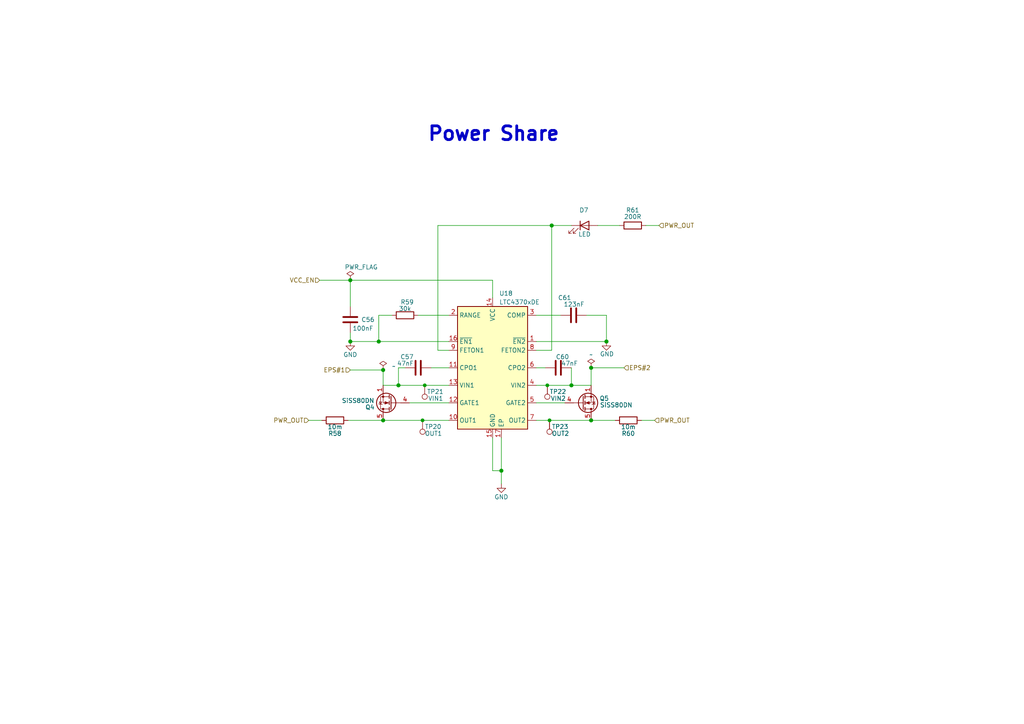
<source format=kicad_sch>
(kicad_sch (version 20211123) (generator eeschema)

  (uuid 2fea3fd4-eca3-456c-acc3-f7ff04372db3)

  (paper "A4")

  (lib_symbols
    (symbol "Connector:TestPoint" (pin_numbers hide) (pin_names (offset 0.762) hide) (in_bom yes) (on_board yes)
      (property "Reference" "TP" (id 0) (at 0 6.858 0)
        (effects (font (size 1.27 1.27)))
      )
      (property "Value" "TestPoint" (id 1) (at 0 5.08 0)
        (effects (font (size 1.27 1.27)))
      )
      (property "Footprint" "" (id 2) (at 5.08 0 0)
        (effects (font (size 1.27 1.27)) hide)
      )
      (property "Datasheet" "~" (id 3) (at 5.08 0 0)
        (effects (font (size 1.27 1.27)) hide)
      )
      (property "ki_keywords" "test point tp" (id 4) (at 0 0 0)
        (effects (font (size 1.27 1.27)) hide)
      )
      (property "ki_description" "test point" (id 5) (at 0 0 0)
        (effects (font (size 1.27 1.27)) hide)
      )
      (property "ki_fp_filters" "Pin* Test*" (id 6) (at 0 0 0)
        (effects (font (size 1.27 1.27)) hide)
      )
      (symbol "TestPoint_0_1"
        (circle (center 0 3.302) (radius 0.762)
          (stroke (width 0) (type default) (color 0 0 0 0))
          (fill (type none))
        )
      )
      (symbol "TestPoint_1_1"
        (pin passive line (at 0 0 90) (length 2.54)
          (name "1" (effects (font (size 1.27 1.27))))
          (number "1" (effects (font (size 1.27 1.27))))
        )
      )
    )
    (symbol "Device:C" (pin_numbers hide) (pin_names (offset 0.254)) (in_bom yes) (on_board yes)
      (property "Reference" "C" (id 0) (at 0.635 2.54 0)
        (effects (font (size 1.27 1.27)) (justify left))
      )
      (property "Value" "C" (id 1) (at 0.635 -2.54 0)
        (effects (font (size 1.27 1.27)) (justify left))
      )
      (property "Footprint" "" (id 2) (at 0.9652 -3.81 0)
        (effects (font (size 1.27 1.27)) hide)
      )
      (property "Datasheet" "~" (id 3) (at 0 0 0)
        (effects (font (size 1.27 1.27)) hide)
      )
      (property "ki_keywords" "cap capacitor" (id 4) (at 0 0 0)
        (effects (font (size 1.27 1.27)) hide)
      )
      (property "ki_description" "Unpolarized capacitor" (id 5) (at 0 0 0)
        (effects (font (size 1.27 1.27)) hide)
      )
      (property "ki_fp_filters" "C_*" (id 6) (at 0 0 0)
        (effects (font (size 1.27 1.27)) hide)
      )
      (symbol "C_0_1"
        (polyline
          (pts
            (xy -2.032 -0.762)
            (xy 2.032 -0.762)
          )
          (stroke (width 0.508) (type default) (color 0 0 0 0))
          (fill (type none))
        )
        (polyline
          (pts
            (xy -2.032 0.762)
            (xy 2.032 0.762)
          )
          (stroke (width 0.508) (type default) (color 0 0 0 0))
          (fill (type none))
        )
      )
      (symbol "C_1_1"
        (pin passive line (at 0 3.81 270) (length 2.794)
          (name "~" (effects (font (size 1.27 1.27))))
          (number "1" (effects (font (size 1.27 1.27))))
        )
        (pin passive line (at 0 -3.81 90) (length 2.794)
          (name "~" (effects (font (size 1.27 1.27))))
          (number "2" (effects (font (size 1.27 1.27))))
        )
      )
    )
    (symbol "Device:LED" (pin_numbers hide) (pin_names (offset 1.016) hide) (in_bom yes) (on_board yes)
      (property "Reference" "D" (id 0) (at 0 2.54 0)
        (effects (font (size 1.27 1.27)))
      )
      (property "Value" "LED" (id 1) (at 0 -2.54 0)
        (effects (font (size 1.27 1.27)))
      )
      (property "Footprint" "" (id 2) (at 0 0 0)
        (effects (font (size 1.27 1.27)) hide)
      )
      (property "Datasheet" "~" (id 3) (at 0 0 0)
        (effects (font (size 1.27 1.27)) hide)
      )
      (property "ki_keywords" "LED diode" (id 4) (at 0 0 0)
        (effects (font (size 1.27 1.27)) hide)
      )
      (property "ki_description" "Light emitting diode" (id 5) (at 0 0 0)
        (effects (font (size 1.27 1.27)) hide)
      )
      (property "ki_fp_filters" "LED* LED_SMD:* LED_THT:*" (id 6) (at 0 0 0)
        (effects (font (size 1.27 1.27)) hide)
      )
      (symbol "LED_0_1"
        (polyline
          (pts
            (xy -1.27 -1.27)
            (xy -1.27 1.27)
          )
          (stroke (width 0.254) (type default) (color 0 0 0 0))
          (fill (type none))
        )
        (polyline
          (pts
            (xy -1.27 0)
            (xy 1.27 0)
          )
          (stroke (width 0) (type default) (color 0 0 0 0))
          (fill (type none))
        )
        (polyline
          (pts
            (xy 1.27 -1.27)
            (xy 1.27 1.27)
            (xy -1.27 0)
            (xy 1.27 -1.27)
          )
          (stroke (width 0.254) (type default) (color 0 0 0 0))
          (fill (type none))
        )
        (polyline
          (pts
            (xy -3.048 -0.762)
            (xy -4.572 -2.286)
            (xy -3.81 -2.286)
            (xy -4.572 -2.286)
            (xy -4.572 -1.524)
          )
          (stroke (width 0) (type default) (color 0 0 0 0))
          (fill (type none))
        )
        (polyline
          (pts
            (xy -1.778 -0.762)
            (xy -3.302 -2.286)
            (xy -2.54 -2.286)
            (xy -3.302 -2.286)
            (xy -3.302 -1.524)
          )
          (stroke (width 0) (type default) (color 0 0 0 0))
          (fill (type none))
        )
      )
      (symbol "LED_1_1"
        (pin passive line (at -3.81 0 0) (length 2.54)
          (name "K" (effects (font (size 1.27 1.27))))
          (number "1" (effects (font (size 1.27 1.27))))
        )
        (pin passive line (at 3.81 0 180) (length 2.54)
          (name "A" (effects (font (size 1.27 1.27))))
          (number "2" (effects (font (size 1.27 1.27))))
        )
      )
    )
    (symbol "Device:R" (pin_numbers hide) (pin_names (offset 0)) (in_bom yes) (on_board yes)
      (property "Reference" "R" (id 0) (at 2.032 0 90)
        (effects (font (size 1.27 1.27)))
      )
      (property "Value" "R" (id 1) (at 0 0 90)
        (effects (font (size 1.27 1.27)))
      )
      (property "Footprint" "" (id 2) (at -1.778 0 90)
        (effects (font (size 1.27 1.27)) hide)
      )
      (property "Datasheet" "~" (id 3) (at 0 0 0)
        (effects (font (size 1.27 1.27)) hide)
      )
      (property "ki_keywords" "R res resistor" (id 4) (at 0 0 0)
        (effects (font (size 1.27 1.27)) hide)
      )
      (property "ki_description" "Resistor" (id 5) (at 0 0 0)
        (effects (font (size 1.27 1.27)) hide)
      )
      (property "ki_fp_filters" "R_*" (id 6) (at 0 0 0)
        (effects (font (size 1.27 1.27)) hide)
      )
      (symbol "R_0_1"
        (rectangle (start -1.016 -2.54) (end 1.016 2.54)
          (stroke (width 0.254) (type default) (color 0 0 0 0))
          (fill (type none))
        )
      )
      (symbol "R_1_1"
        (pin passive line (at 0 3.81 270) (length 1.27)
          (name "~" (effects (font (size 1.27 1.27))))
          (number "1" (effects (font (size 1.27 1.27))))
        )
        (pin passive line (at 0 -3.81 90) (length 1.27)
          (name "~" (effects (font (size 1.27 1.27))))
          (number "2" (effects (font (size 1.27 1.27))))
        )
      )
    )
    (symbol "Power_Management:LTC4370xDE" (in_bom yes) (on_board yes)
      (property "Reference" "U" (id 0) (at -8.89 19.05 0)
        (effects (font (size 1.27 1.27)))
      )
      (property "Value" "LTC4370xDE" (id 1) (at 7.62 19.05 0)
        (effects (font (size 1.27 1.27)))
      )
      (property "Footprint" "Package_DFN_QFN:DFN-16-1EP_3x4mm_P0.45mm_EP1.7x3.3mm" (id 2) (at 0 -22.86 0)
        (effects (font (size 1.27 1.27)) hide)
      )
      (property "Datasheet" "https://www.analog.com/media/en/technical-documentation/data-sheets/4370f.pdf" (id 3) (at 2.54 0 0)
        (effects (font (size 1.27 1.27)) hide)
      )
      (property "ki_keywords" "ideal-diode or-ing current sharing load balancing" (id 4) (at 0 0 0)
        (effects (font (size 1.27 1.27)) hide)
      )
      (property "ki_description" "OR Controller Current Sharing Controller N-Channel 2:1, DFN-16" (id 5) (at 0 0 0)
        (effects (font (size 1.27 1.27)) hide)
      )
      (property "ki_fp_filters" "DFN*1EP*3x4mm*P0.45mm*" (id 6) (at 0 0 0)
        (effects (font (size 1.27 1.27)) hide)
      )
      (symbol "LTC4370xDE_0_1"
        (rectangle (start -10.16 17.78) (end 10.16 -17.78)
          (stroke (width 0.254) (type default) (color 0 0 0 0))
          (fill (type background))
        )
      )
      (symbol "LTC4370xDE_1_1"
        (pin input line (at 12.7 7.62 180) (length 2.54)
          (name "~{EN2}" (effects (font (size 1.27 1.27))))
          (number "1" (effects (font (size 1.27 1.27))))
        )
        (pin input line (at -12.7 -15.24 0) (length 2.54)
          (name "OUT1" (effects (font (size 1.27 1.27))))
          (number "10" (effects (font (size 1.27 1.27))))
        )
        (pin passive line (at -12.7 0 0) (length 2.54)
          (name "CPO1" (effects (font (size 1.27 1.27))))
          (number "11" (effects (font (size 1.27 1.27))))
        )
        (pin output line (at -12.7 -10.16 0) (length 2.54)
          (name "GATE1" (effects (font (size 1.27 1.27))))
          (number "12" (effects (font (size 1.27 1.27))))
        )
        (pin power_in line (at -12.7 -5.08 0) (length 2.54)
          (name "VIN1" (effects (font (size 1.27 1.27))))
          (number "13" (effects (font (size 1.27 1.27))))
        )
        (pin power_in line (at 0 20.32 270) (length 2.54)
          (name "VCC" (effects (font (size 1.27 1.27))))
          (number "14" (effects (font (size 1.27 1.27))))
        )
        (pin power_in line (at 0 -20.32 90) (length 2.54)
          (name "GND" (effects (font (size 1.27 1.27))))
          (number "15" (effects (font (size 1.27 1.27))))
        )
        (pin input line (at -12.7 7.62 0) (length 2.54)
          (name "~{EN1}" (effects (font (size 1.27 1.27))))
          (number "16" (effects (font (size 1.27 1.27))))
        )
        (pin passive line (at 2.54 -20.32 90) (length 2.54)
          (name "EP" (effects (font (size 1.27 1.27))))
          (number "17" (effects (font (size 1.27 1.27))))
        )
        (pin passive line (at -12.7 15.24 0) (length 2.54)
          (name "RANGE" (effects (font (size 1.27 1.27))))
          (number "2" (effects (font (size 1.27 1.27))))
        )
        (pin passive line (at 12.7 15.24 180) (length 2.54)
          (name "COMP" (effects (font (size 1.27 1.27))))
          (number "3" (effects (font (size 1.27 1.27))))
        )
        (pin power_in line (at 12.7 -5.08 180) (length 2.54)
          (name "VIN2" (effects (font (size 1.27 1.27))))
          (number "4" (effects (font (size 1.27 1.27))))
        )
        (pin output line (at 12.7 -10.16 180) (length 2.54)
          (name "GATE2" (effects (font (size 1.27 1.27))))
          (number "5" (effects (font (size 1.27 1.27))))
        )
        (pin passive line (at 12.7 0 180) (length 2.54)
          (name "CPO2" (effects (font (size 1.27 1.27))))
          (number "6" (effects (font (size 1.27 1.27))))
        )
        (pin input line (at 12.7 -15.24 180) (length 2.54)
          (name "OUT2" (effects (font (size 1.27 1.27))))
          (number "7" (effects (font (size 1.27 1.27))))
        )
        (pin open_collector line (at 12.7 5.08 180) (length 2.54)
          (name "FETON2" (effects (font (size 1.27 1.27))))
          (number "8" (effects (font (size 1.27 1.27))))
        )
        (pin open_collector line (at -12.7 5.08 0) (length 2.54)
          (name "FETON1" (effects (font (size 1.27 1.27))))
          (number "9" (effects (font (size 1.27 1.27))))
        )
      )
    )
    (symbol "Transistor_FET:SiS454DN" (pin_names hide) (in_bom yes) (on_board yes)
      (property "Reference" "Q" (id 0) (at 5.08 1.905 0)
        (effects (font (size 1.27 1.27)) (justify left))
      )
      (property "Value" "SiS454DN" (id 1) (at 5.08 0 0)
        (effects (font (size 1.27 1.27)) (justify left))
      )
      (property "Footprint" "Package_SO:Vishay_PowerPAK_1212-8_Single" (id 2) (at 5.08 -1.905 0)
        (effects (font (size 1.27 1.27) italic) (justify left) hide)
      )
      (property "Datasheet" "https://www.vishay.com/docs/66707/sis454dn.pdf" (id 3) (at 0 0 0)
        (effects (font (size 1.27 1.27)) (justify left) hide)
      )
      (property "ki_keywords" "N-Channel MOSFET" (id 4) (at 0 0 0)
        (effects (font (size 1.27 1.27)) hide)
      )
      (property "ki_description" "35A Id, 20V Vds, N-Channel MOSFET, PowerPAK 1212-8 Single" (id 5) (at 0 0 0)
        (effects (font (size 1.27 1.27)) hide)
      )
      (property "ki_fp_filters" "Vishay*PowerPAK*1212*Single*" (id 6) (at 0 0 0)
        (effects (font (size 1.27 1.27)) hide)
      )
      (symbol "SiS454DN_0_1"
        (polyline
          (pts
            (xy 0.254 0)
            (xy -2.54 0)
          )
          (stroke (width 0) (type default) (color 0 0 0 0))
          (fill (type none))
        )
        (polyline
          (pts
            (xy 0.254 1.905)
            (xy 0.254 -1.905)
          )
          (stroke (width 0.254) (type default) (color 0 0 0 0))
          (fill (type none))
        )
        (polyline
          (pts
            (xy 0.762 -1.27)
            (xy 0.762 -2.286)
          )
          (stroke (width 0.254) (type default) (color 0 0 0 0))
          (fill (type none))
        )
        (polyline
          (pts
            (xy 0.762 0.508)
            (xy 0.762 -0.508)
          )
          (stroke (width 0.254) (type default) (color 0 0 0 0))
          (fill (type none))
        )
        (polyline
          (pts
            (xy 0.762 2.286)
            (xy 0.762 1.27)
          )
          (stroke (width 0.254) (type default) (color 0 0 0 0))
          (fill (type none))
        )
        (polyline
          (pts
            (xy 2.54 2.54)
            (xy 2.54 1.778)
          )
          (stroke (width 0) (type default) (color 0 0 0 0))
          (fill (type none))
        )
        (polyline
          (pts
            (xy 2.54 -2.54)
            (xy 2.54 0)
            (xy 0.762 0)
          )
          (stroke (width 0) (type default) (color 0 0 0 0))
          (fill (type none))
        )
        (polyline
          (pts
            (xy 0.762 -1.778)
            (xy 3.302 -1.778)
            (xy 3.302 1.778)
            (xy 0.762 1.778)
          )
          (stroke (width 0) (type default) (color 0 0 0 0))
          (fill (type none))
        )
        (polyline
          (pts
            (xy 1.016 0)
            (xy 2.032 0.381)
            (xy 2.032 -0.381)
            (xy 1.016 0)
          )
          (stroke (width 0) (type default) (color 0 0 0 0))
          (fill (type outline))
        )
        (polyline
          (pts
            (xy 2.794 0.508)
            (xy 2.921 0.381)
            (xy 3.683 0.381)
            (xy 3.81 0.254)
          )
          (stroke (width 0) (type default) (color 0 0 0 0))
          (fill (type none))
        )
        (polyline
          (pts
            (xy 3.302 0.381)
            (xy 2.921 -0.254)
            (xy 3.683 -0.254)
            (xy 3.302 0.381)
          )
          (stroke (width 0) (type default) (color 0 0 0 0))
          (fill (type none))
        )
        (circle (center 1.651 0) (radius 2.794)
          (stroke (width 0.254) (type default) (color 0 0 0 0))
          (fill (type none))
        )
        (circle (center 2.54 -1.778) (radius 0.254)
          (stroke (width 0) (type default) (color 0 0 0 0))
          (fill (type outline))
        )
        (circle (center 2.54 1.778) (radius 0.254)
          (stroke (width 0) (type default) (color 0 0 0 0))
          (fill (type outline))
        )
      )
      (symbol "SiS454DN_1_1"
        (pin passive line (at 2.54 -5.08 90) (length 2.54)
          (name "S" (effects (font (size 1.27 1.27))))
          (number "1" (effects (font (size 1.27 1.27))))
        )
        (pin passive line (at 2.54 -5.08 90) (length 2.54) hide
          (name "S" (effects (font (size 1.27 1.27))))
          (number "2" (effects (font (size 1.27 1.27))))
        )
        (pin passive line (at 2.54 -5.08 90) (length 2.54) hide
          (name "S" (effects (font (size 1.27 1.27))))
          (number "3" (effects (font (size 1.27 1.27))))
        )
        (pin input line (at -5.08 0 0) (length 2.54)
          (name "G" (effects (font (size 1.27 1.27))))
          (number "4" (effects (font (size 1.27 1.27))))
        )
        (pin passive line (at 2.54 5.08 270) (length 2.54)
          (name "D" (effects (font (size 1.27 1.27))))
          (number "5" (effects (font (size 1.27 1.27))))
        )
      )
    )
    (symbol "power:GND" (power) (pin_names (offset 0)) (in_bom yes) (on_board yes)
      (property "Reference" "#PWR" (id 0) (at 0 -6.35 0)
        (effects (font (size 1.27 1.27)) hide)
      )
      (property "Value" "GND" (id 1) (at 0 -3.81 0)
        (effects (font (size 1.27 1.27)))
      )
      (property "Footprint" "" (id 2) (at 0 0 0)
        (effects (font (size 1.27 1.27)) hide)
      )
      (property "Datasheet" "" (id 3) (at 0 0 0)
        (effects (font (size 1.27 1.27)) hide)
      )
      (property "ki_keywords" "power-flag" (id 4) (at 0 0 0)
        (effects (font (size 1.27 1.27)) hide)
      )
      (property "ki_description" "Power symbol creates a global label with name \"GND\" , ground" (id 5) (at 0 0 0)
        (effects (font (size 1.27 1.27)) hide)
      )
      (symbol "GND_0_1"
        (polyline
          (pts
            (xy 0 0)
            (xy 0 -1.27)
            (xy 1.27 -1.27)
            (xy 0 -2.54)
            (xy -1.27 -1.27)
            (xy 0 -1.27)
          )
          (stroke (width 0) (type default) (color 0 0 0 0))
          (fill (type none))
        )
      )
      (symbol "GND_1_1"
        (pin power_in line (at 0 0 270) (length 0) hide
          (name "GND" (effects (font (size 1.27 1.27))))
          (number "1" (effects (font (size 1.27 1.27))))
        )
      )
    )
    (symbol "power:PWR_FLAG" (power) (pin_numbers hide) (pin_names (offset 0) hide) (in_bom yes) (on_board yes)
      (property "Reference" "#FLG" (id 0) (at 0 1.905 0)
        (effects (font (size 1.27 1.27)) hide)
      )
      (property "Value" "PWR_FLAG" (id 1) (at 0 3.81 0)
        (effects (font (size 1.27 1.27)))
      )
      (property "Footprint" "" (id 2) (at 0 0 0)
        (effects (font (size 1.27 1.27)) hide)
      )
      (property "Datasheet" "~" (id 3) (at 0 0 0)
        (effects (font (size 1.27 1.27)) hide)
      )
      (property "ki_keywords" "power-flag" (id 4) (at 0 0 0)
        (effects (font (size 1.27 1.27)) hide)
      )
      (property "ki_description" "Special symbol for telling ERC where power comes from" (id 5) (at 0 0 0)
        (effects (font (size 1.27 1.27)) hide)
      )
      (symbol "PWR_FLAG_0_0"
        (pin power_out line (at 0 0 90) (length 0)
          (name "pwr" (effects (font (size 1.27 1.27))))
          (number "1" (effects (font (size 1.27 1.27))))
        )
      )
      (symbol "PWR_FLAG_0_1"
        (polyline
          (pts
            (xy 0 0)
            (xy 0 1.27)
            (xy -1.016 1.905)
            (xy 0 2.54)
            (xy 1.016 1.905)
            (xy 0 1.27)
          )
          (stroke (width 0) (type default) (color 0 0 0 0))
          (fill (type none))
        )
      )
    )
  )

  (junction (at 159.385 121.92) (diameter 0) (color 0 0 0 0)
    (uuid 08278bf4-f6e9-44ff-9adf-6e32e38a8a34)
  )
  (junction (at 101.6 99.06) (diameter 1.016) (color 0 0 0 0)
    (uuid 17ae423f-6f17-4fd2-aea5-d3d8c77fc776)
  )
  (junction (at 111.125 121.92) (diameter 1.016) (color 0 0 0 0)
    (uuid 1865e3cc-eab3-47af-9960-88cfba1e9259)
  )
  (junction (at 115.57 111.76) (diameter 1.016) (color 0 0 0 0)
    (uuid 557bb52d-e17c-47df-b43b-bdb1b2282920)
  )
  (junction (at 111.125 107.315) (diameter 1.016) (color 0 0 0 0)
    (uuid 7b5f62e2-70ca-4758-b159-c85e71374ff8)
  )
  (junction (at 109.855 99.06) (diameter 1.016) (color 0 0 0 0)
    (uuid 7e9e8112-44fc-4216-ac01-88d07c366d80)
  )
  (junction (at 158.75 111.76) (diameter 0) (color 0 0 0 0)
    (uuid b226a041-a7ec-42f9-8871-339a0bba8fd1)
  )
  (junction (at 123.19 111.76) (diameter 0) (color 0 0 0 0)
    (uuid bf81f6e2-ffb3-4e72-80b1-c468caaf1da9)
  )
  (junction (at 171.45 106.68) (diameter 1.016) (color 0 0 0 0)
    (uuid c1138cb6-aa60-4fae-9b51-8c58b8d505bb)
  )
  (junction (at 122.555 121.92) (diameter 0) (color 0 0 0 0)
    (uuid c7efea67-c5c9-4d4c-a7dc-1bcddab8c606)
  )
  (junction (at 101.6 81.28) (diameter 1.016) (color 0 0 0 0)
    (uuid cba8ab97-0377-43bd-bef7-6314ce99d4ae)
  )
  (junction (at 145.415 136.525) (diameter 1.016) (color 0 0 0 0)
    (uuid ce052e62-9895-4eaf-b763-02bb1f2f2fc0)
  )
  (junction (at 175.895 99.06) (diameter 1.016) (color 0 0 0 0)
    (uuid d4cd87e2-b977-4912-8c02-b958c3339182)
  )
  (junction (at 165.735 111.76) (diameter 1.016) (color 0 0 0 0)
    (uuid e2cf0e60-d46d-43a0-8c43-11f95b75bd32)
  )
  (junction (at 160.02 65.405) (diameter 1.016) (color 0 0 0 0)
    (uuid eacb8113-e0ce-4580-bfb3-1a131027d34b)
  )
  (junction (at 171.45 121.92) (diameter 1.016) (color 0 0 0 0)
    (uuid f3ba663e-8563-4c48-a8cc-72c18d8d96e8)
  )

  (wire (pts (xy 122.555 121.92) (xy 130.175 121.92))
    (stroke (width 0) (type solid) (color 0 0 0 0))
    (uuid 11acf68e-b267-4635-86b8-6f03c2c91aff)
  )
  (wire (pts (xy 101.6 96.52) (xy 101.6 99.06))
    (stroke (width 0) (type solid) (color 0 0 0 0))
    (uuid 15300c78-cac1-4acf-a248-1aea9c2f046d)
  )
  (wire (pts (xy 159.385 121.92) (xy 171.45 121.92))
    (stroke (width 0) (type solid) (color 0 0 0 0))
    (uuid 2a66cc3a-c090-4ce0-a61f-f7e30ae6a985)
  )
  (wire (pts (xy 155.575 106.68) (xy 158.115 106.68))
    (stroke (width 0) (type solid) (color 0 0 0 0))
    (uuid 321c3fc1-b22a-4f81-8032-1403298881b3)
  )
  (wire (pts (xy 165.735 106.68) (xy 165.735 111.76))
    (stroke (width 0) (type solid) (color 0 0 0 0))
    (uuid 358ae2b4-d39f-4313-8e8c-470a49c25681)
  )
  (wire (pts (xy 145.415 127) (xy 145.415 136.525))
    (stroke (width 0) (type solid) (color 0 0 0 0))
    (uuid 3a1f31d4-33bc-4227-ab03-87b9ec2cbe94)
  )
  (wire (pts (xy 145.415 136.525) (xy 145.415 140.335))
    (stroke (width 0) (type solid) (color 0 0 0 0))
    (uuid 3a1f31d4-33bc-4227-ab03-87b9ec2cbe95)
  )
  (wire (pts (xy 142.875 127) (xy 142.875 136.525))
    (stroke (width 0) (type solid) (color 0 0 0 0))
    (uuid 3b4a9caa-dc7b-4e2e-b2b0-90e7a81fe3fb)
  )
  (wire (pts (xy 115.57 106.68) (xy 115.57 111.76))
    (stroke (width 0) (type solid) (color 0 0 0 0))
    (uuid 43a23b2b-f932-4397-9c49-6a5c30c97413)
  )
  (wire (pts (xy 123.19 111.76) (xy 130.175 111.76))
    (stroke (width 0) (type solid) (color 0 0 0 0))
    (uuid 4d271c30-63f0-4082-8f97-4aaca832b92e)
  )
  (wire (pts (xy 127 101.6) (xy 127 65.405))
    (stroke (width 0) (type solid) (color 0 0 0 0))
    (uuid 5a5180e7-058f-4bb5-b0b4-ba1588e8a909)
  )
  (wire (pts (xy 130.175 101.6) (xy 127 101.6))
    (stroke (width 0) (type solid) (color 0 0 0 0))
    (uuid 5a5180e7-058f-4bb5-b0b4-ba1588e8a90a)
  )
  (wire (pts (xy 100.965 121.92) (xy 111.125 121.92))
    (stroke (width 0) (type solid) (color 0 0 0 0))
    (uuid 5c6c1697-d2e0-4a82-99b3-7a618c8827c3)
  )
  (wire (pts (xy 111.125 121.92) (xy 122.555 121.92))
    (stroke (width 0) (type solid) (color 0 0 0 0))
    (uuid 5c6c1697-d2e0-4a82-99b3-7a618c8827c4)
  )
  (wire (pts (xy 155.575 91.44) (xy 162.56 91.44))
    (stroke (width 0) (type solid) (color 0 0 0 0))
    (uuid 5daf77da-b4e9-4deb-a921-8bcf8f87a599)
  )
  (wire (pts (xy 173.355 65.405) (xy 179.705 65.405))
    (stroke (width 0) (type solid) (color 0 0 0 0))
    (uuid 5f7b8b2a-566c-49be-a5f6-0f2ec6835f49)
  )
  (wire (pts (xy 125.095 106.68) (xy 130.175 106.68))
    (stroke (width 0) (type solid) (color 0 0 0 0))
    (uuid 6e5cbb8d-b7f7-4819-b76c-658f0b1d3cfd)
  )
  (wire (pts (xy 101.6 81.28) (xy 142.875 81.28))
    (stroke (width 0) (type solid) (color 0 0 0 0))
    (uuid 82d80e64-058a-4fbe-bd4a-161d76b6630c)
  )
  (wire (pts (xy 101.6 88.9) (xy 101.6 81.28))
    (stroke (width 0) (type solid) (color 0 0 0 0))
    (uuid 82d80e64-058a-4fbe-bd4a-161d76b6630d)
  )
  (wire (pts (xy 186.055 121.92) (xy 189.865 121.92))
    (stroke (width 0) (type solid) (color 0 0 0 0))
    (uuid 8ef31014-c534-4826-8fee-a20c34bc77de)
  )
  (wire (pts (xy 165.735 65.405) (xy 160.02 65.405))
    (stroke (width 0) (type solid) (color 0 0 0 0))
    (uuid 9353fa21-7e96-4086-b175-fb2a1e911709)
  )
  (wire (pts (xy 121.285 91.44) (xy 130.175 91.44))
    (stroke (width 0) (type solid) (color 0 0 0 0))
    (uuid 93863061-216d-41c3-9afc-e391c40acd06)
  )
  (wire (pts (xy 180.975 106.68) (xy 171.45 106.68))
    (stroke (width 0) (type solid) (color 0 0 0 0))
    (uuid 99755dbb-9003-4bba-893a-d14708584fcf)
  )
  (wire (pts (xy 101.6 99.06) (xy 109.855 99.06))
    (stroke (width 0) (type solid) (color 0 0 0 0))
    (uuid 9979c2aa-e757-491a-8c78-340bc08424f0)
  )
  (wire (pts (xy 142.875 136.525) (xy 145.415 136.525))
    (stroke (width 0) (type solid) (color 0 0 0 0))
    (uuid 9d76852f-8a6b-42ef-a9dc-e7e4f3b042cb)
  )
  (wire (pts (xy 109.855 91.44) (xy 109.855 99.06))
    (stroke (width 0) (type solid) (color 0 0 0 0))
    (uuid a37118e8-d843-457a-a79f-f277e827b176)
  )
  (wire (pts (xy 109.855 99.06) (xy 130.175 99.06))
    (stroke (width 0) (type solid) (color 0 0 0 0))
    (uuid a37118e8-d843-457a-a79f-f277e827b177)
  )
  (wire (pts (xy 113.665 91.44) (xy 109.855 91.44))
    (stroke (width 0) (type solid) (color 0 0 0 0))
    (uuid a37118e8-d843-457a-a79f-f277e827b178)
  )
  (wire (pts (xy 187.325 65.405) (xy 191.135 65.405))
    (stroke (width 0) (type solid) (color 0 0 0 0))
    (uuid ab05231b-ad2a-4d83-a20f-22d728d44de6)
  )
  (wire (pts (xy 111.125 107.315) (xy 111.125 111.76))
    (stroke (width 0) (type solid) (color 0 0 0 0))
    (uuid acf55831-8b38-46a4-8c4a-0d417568a7d8)
  )
  (wire (pts (xy 142.875 86.36) (xy 142.875 81.28))
    (stroke (width 0) (type solid) (color 0 0 0 0))
    (uuid b14f2a9a-d3bb-4e86-b583-08285da827ee)
  )
  (wire (pts (xy 155.575 99.06) (xy 175.895 99.06))
    (stroke (width 0) (type solid) (color 0 0 0 0))
    (uuid b292fb52-6cf0-46cc-9b93-016425ff7080)
  )
  (wire (pts (xy 117.475 106.68) (xy 115.57 106.68))
    (stroke (width 0) (type solid) (color 0 0 0 0))
    (uuid b2ca5036-395e-44a5-ad45-e3edad20198a)
  )
  (wire (pts (xy 118.745 116.84) (xy 130.175 116.84))
    (stroke (width 0) (type solid) (color 0 0 0 0))
    (uuid bd949ea8-5a40-473d-be33-cfbdfe83f36f)
  )
  (wire (pts (xy 170.18 91.44) (xy 175.895 91.44))
    (stroke (width 0) (type solid) (color 0 0 0 0))
    (uuid c3eae586-c7fc-4357-acc6-9fa53de3fa71)
  )
  (wire (pts (xy 175.895 91.44) (xy 175.895 99.06))
    (stroke (width 0) (type solid) (color 0 0 0 0))
    (uuid c3eae586-c7fc-4357-acc6-9fa53de3fa72)
  )
  (wire (pts (xy 101.6 107.315) (xy 111.125 107.315))
    (stroke (width 0) (type solid) (color 0 0 0 0))
    (uuid c50d297c-c1bd-405c-8309-919ea05d2f65)
  )
  (wire (pts (xy 93.345 121.92) (xy 89.535 121.92))
    (stroke (width 0) (type solid) (color 0 0 0 0))
    (uuid c54615ad-d7cf-4160-92f4-49ea5a14b8f6)
  )
  (wire (pts (xy 111.125 111.76) (xy 115.57 111.76))
    (stroke (width 0) (type solid) (color 0 0 0 0))
    (uuid d7ab8398-447c-43b1-b3bc-83ace0a24285)
  )
  (wire (pts (xy 115.57 111.76) (xy 123.19 111.76))
    (stroke (width 0) (type solid) (color 0 0 0 0))
    (uuid d7ab8398-447c-43b1-b3bc-83ace0a24286)
  )
  (wire (pts (xy 155.575 101.6) (xy 160.02 101.6))
    (stroke (width 0) (type solid) (color 0 0 0 0))
    (uuid db0662e3-a04a-464a-8087-6a6fd89d6467)
  )
  (wire (pts (xy 160.02 65.405) (xy 127 65.405))
    (stroke (width 0) (type solid) (color 0 0 0 0))
    (uuid db0662e3-a04a-464a-8087-6a6fd89d6468)
  )
  (wire (pts (xy 160.02 101.6) (xy 160.02 65.405))
    (stroke (width 0) (type solid) (color 0 0 0 0))
    (uuid db0662e3-a04a-464a-8087-6a6fd89d6469)
  )
  (wire (pts (xy 155.575 111.76) (xy 158.75 111.76))
    (stroke (width 0) (type solid) (color 0 0 0 0))
    (uuid e002972f-c1db-4644-85c4-55672037a657)
  )
  (wire (pts (xy 165.735 111.76) (xy 171.45 111.76))
    (stroke (width 0) (type solid) (color 0 0 0 0))
    (uuid e002972f-c1db-4644-85c4-55672037a658)
  )
  (wire (pts (xy 92.71 81.28) (xy 101.6 81.28))
    (stroke (width 0) (type solid) (color 0 0 0 0))
    (uuid e34d454f-c60d-42a3-a151-2103ea267148)
  )
  (wire (pts (xy 171.45 106.68) (xy 171.45 111.76))
    (stroke (width 0) (type solid) (color 0 0 0 0))
    (uuid ebc26132-88d1-40c0-abf8-0cd245ef422b)
  )
  (wire (pts (xy 155.575 116.84) (xy 163.83 116.84))
    (stroke (width 0) (type solid) (color 0 0 0 0))
    (uuid ed4495a5-66e2-48b5-9929-b91130bf244e)
  )
  (wire (pts (xy 155.575 121.92) (xy 159.385 121.92))
    (stroke (width 0) (type solid) (color 0 0 0 0))
    (uuid fa55f18e-7f67-4861-bd6e-e6bb153ea2cb)
  )
  (wire (pts (xy 171.45 121.92) (xy 178.435 121.92))
    (stroke (width 0) (type solid) (color 0 0 0 0))
    (uuid fa55f18e-7f67-4861-bd6e-e6bb153ea2cc)
  )
  (wire (pts (xy 158.75 111.76) (xy 165.735 111.76))
    (stroke (width 0) (type solid) (color 0 0 0 0))
    (uuid fcb4d5e4-47ec-4be4-9a81-c261c8e6d062)
  )

  (text "Power Share" (at 123.825 41.275 0)
    (effects (font (size 4 4) (thickness 0.8) bold) (justify left bottom))
    (uuid f12f9177-daaa-4d26-9876-f2af60b27492)
  )

  (hierarchical_label "VCC_EN" (shape input) (at 92.71 81.28 180)
    (effects (font (size 1.27 1.27)) (justify right))
    (uuid 01531d62-ea5b-4514-b251-4e14eb2294a5)
  )
  (hierarchical_label "PWR_OUT" (shape input) (at 89.535 121.92 180)
    (effects (font (size 1.27 1.27)) (justify right))
    (uuid 32f2ea97-3b5d-4b13-b59c-d470bb5f701e)
  )
  (hierarchical_label "PWR_OUT" (shape input) (at 189.865 121.92 0)
    (effects (font (size 1.27 1.27)) (justify left))
    (uuid 42b803df-e3e3-47f1-abf1-d1243ccbb9e2)
  )
  (hierarchical_label "PWR_OUT" (shape input) (at 191.135 65.405 0)
    (effects (font (size 1.27 1.27)) (justify left))
    (uuid b609a8d0-0802-4762-9183-f4da6101cc9b)
  )
  (hierarchical_label "EPS#2" (shape input) (at 180.975 106.68 0)
    (effects (font (size 1.27 1.27)) (justify left))
    (uuid c46bc12c-424d-421c-b02f-6d8c1cbb65c2)
  )
  (hierarchical_label "EPS#1" (shape input) (at 101.6 107.315 180)
    (effects (font (size 1.27 1.27)) (justify right))
    (uuid d92476d0-9759-4944-99bd-7c11a2528abb)
  )

  (symbol (lib_id "Transistor_FET:SiS454DN") (at 113.665 116.84 180)
    (in_bom yes) (on_board yes)
    (uuid 1231c43f-14ca-47cc-9675-e5654a66914e)
    (property "Reference" "Q4" (id 0) (at 107.315 118.11 0))
    (property "Value" "SiSS80DN" (id 1) (at 108.585 116.205 0)
      (effects (font (size 1.27 1.27)) (justify left))
    )
    (property "Footprint" "Package_SO:Vishay_PowerPAK_1212-8_Single" (id 2) (at 108.585 114.935 0)
      (effects (font (size 1.27 1.27) italic) (justify left) hide)
    )
    (property "Datasheet" "https://www.vishay.com/docs/66707/sis454dn.pdf" (id 3) (at 113.665 116.84 0)
      (effects (font (size 1.27 1.27)) (justify left) hide)
    )
    (pin "1" (uuid 44bc5832-053e-418c-881c-29fee48e7b81))
    (pin "2" (uuid b9eb8bdd-2d5e-43b5-a1d2-7234d0e22a48))
    (pin "3" (uuid a143eee7-36e4-4513-899e-68801f936d74))
    (pin "4" (uuid bbd01e7b-2b1f-405e-863c-19a7db076e73))
    (pin "5" (uuid 435bbab1-1502-405d-a6dd-79d0841cd662))
  )

  (symbol (lib_id "Transistor_FET:SiS454DN") (at 168.91 116.84 0) (mirror x)
    (in_bom yes) (on_board yes)
    (uuid 17ddf7e8-eb96-4a18-9066-e11ac3a15cf4)
    (property "Reference" "Q5" (id 0) (at 175.26 115.57 0))
    (property "Value" "SiSS80DN" (id 1) (at 173.99 117.475 0)
      (effects (font (size 1.27 1.27)) (justify left))
    )
    (property "Footprint" "Package_SO:Vishay_PowerPAK_1212-8_Single" (id 2) (at 173.99 114.935 0)
      (effects (font (size 1.27 1.27) italic) (justify left) hide)
    )
    (property "Datasheet" "https://www.vishay.com/docs/66707/sis454dn.pdf" (id 3) (at 168.91 116.84 0)
      (effects (font (size 1.27 1.27)) (justify left) hide)
    )
    (pin "1" (uuid 8b2905cd-6fb7-4442-8990-2741199458cd))
    (pin "2" (uuid b5569d73-0f9c-4a4a-8516-d05cc00134d6))
    (pin "3" (uuid 05c9a1d7-5317-495d-8a84-66f86a0501b0))
    (pin "4" (uuid 4fb88fa6-a5b9-4ef9-9e4a-079336b252de))
    (pin "5" (uuid b2606725-5817-4b4f-bbb6-aef61bc922d2))
  )

  (symbol (lib_id "Device:R") (at 117.475 91.44 90)
    (in_bom yes) (on_board yes)
    (uuid 192c29fe-4174-40bd-a33c-5a56fe839628)
    (property "Reference" "R59" (id 0) (at 118.11 87.63 90))
    (property "Value" "30k" (id 1) (at 117.475 89.535 90))
    (property "Footprint" "Resistor_SMD:R_0603_1608Metric" (id 2) (at 117.475 93.218 90)
      (effects (font (size 1.27 1.27)) hide)
    )
    (property "Datasheet" "~" (id 3) (at 117.475 91.44 0)
      (effects (font (size 1.27 1.27)) hide)
    )
    (pin "1" (uuid 8725755b-f694-4a2f-887b-6a2d2309295f))
    (pin "2" (uuid 2982ebac-034f-4118-a272-f8166ed73bfc))
  )

  (symbol (lib_id "Device:C") (at 166.37 91.44 90)
    (in_bom yes) (on_board yes)
    (uuid 1a676e0a-4012-4c1c-9ef1-562c2faae053)
    (property "Reference" "C61" (id 0) (at 165.7349 86.36 90)
      (effects (font (size 1.27 1.27)) (justify left))
    )
    (property "Value" "123nF" (id 1) (at 169.545 88.265 90)
      (effects (font (size 1.27 1.27)) (justify left))
    )
    (property "Footprint" "Capacitor_SMD:C_0603_1608Metric" (id 2) (at 170.18 90.4748 0)
      (effects (font (size 1.27 1.27)) hide)
    )
    (property "Datasheet" "~" (id 3) (at 166.37 91.44 0)
      (effects (font (size 1.27 1.27)) hide)
    )
    (pin "1" (uuid 569428b6-6b89-453c-a7e3-00a314ffeb05))
    (pin "2" (uuid c01e21ae-a884-45e9-b1c4-c6b9c91c8ef1))
  )

  (symbol (lib_id "Connector:TestPoint") (at 159.385 121.92 180)
    (in_bom yes) (on_board yes)
    (uuid 304f25fe-e38d-4377-b8f1-26289354f05c)
    (property "Reference" "TP23" (id 0) (at 160.02 123.7614 0)
      (effects (font (size 1.27 1.27)) (justify right))
    )
    (property "Value" "OUT2" (id 1) (at 162.56 125.73 0))
    (property "Footprint" "TCY_Connector:TestPoint_Pad_D0.5mm" (id 2) (at 154.305 121.92 0)
      (effects (font (size 1.27 1.27)) hide)
    )
    (property "Datasheet" "~" (id 3) (at 154.305 121.92 0)
      (effects (font (size 1.27 1.27)) hide)
    )
    (pin "1" (uuid 358414db-7f31-4504-a43d-29c53be1cc33))
  )

  (symbol (lib_id "Device:C") (at 101.6 92.71 0)
    (in_bom yes) (on_board yes)
    (uuid 3ae5819c-1841-4d9f-b404-6f1058ae3a5f)
    (property "Reference" "C56" (id 0) (at 104.775 92.7099 0)
      (effects (font (size 1.27 1.27)) (justify left))
    )
    (property "Value" "100nF" (id 1) (at 102.235 95.25 0)
      (effects (font (size 1.27 1.27)) (justify left))
    )
    (property "Footprint" "Capacitor_SMD:C_0603_1608Metric" (id 2) (at 102.5652 96.52 0)
      (effects (font (size 1.27 1.27)) hide)
    )
    (property "Datasheet" "~" (id 3) (at 101.6 92.71 0)
      (effects (font (size 1.27 1.27)) hide)
    )
    (pin "1" (uuid e9c5edea-5a0a-4745-9e80-06955b088c82))
    (pin "2" (uuid db4e97fb-f3bf-47e9-8d69-566d33c4b080))
  )

  (symbol (lib_id "Device:R") (at 183.515 65.405 90)
    (in_bom yes) (on_board yes)
    (uuid 441d5e74-e8de-413e-8e56-906f5a5e6c53)
    (property "Reference" "R61" (id 0) (at 183.515 60.96 90))
    (property "Value" "200R" (id 1) (at 183.515 62.865 90))
    (property "Footprint" "Inductor_SMD:L_0603_1608Metric" (id 2) (at 183.515 67.183 90)
      (effects (font (size 1.27 1.27)) hide)
    )
    (property "Datasheet" "~" (id 3) (at 183.515 65.405 0)
      (effects (font (size 1.27 1.27)) hide)
    )
    (pin "1" (uuid 44acb54c-aef3-4955-9bfb-226f108adaca))
    (pin "2" (uuid 290d39a1-878e-4b3a-b8a2-66f72bdaf90c))
  )

  (symbol (lib_id "Connector:TestPoint") (at 122.555 121.92 180)
    (in_bom yes) (on_board yes)
    (uuid 4be1be59-191f-4e68-88ec-9dc9ef6dd51c)
    (property "Reference" "TP20" (id 0) (at 123.19 123.7614 0)
      (effects (font (size 1.27 1.27)) (justify right))
    )
    (property "Value" "OUT1" (id 1) (at 125.73 125.73 0))
    (property "Footprint" "TCY_Connector:TestPoint_Pad_D0.5mm" (id 2) (at 117.475 121.92 0)
      (effects (font (size 1.27 1.27)) hide)
    )
    (property "Datasheet" "~" (id 3) (at 117.475 121.92 0)
      (effects (font (size 1.27 1.27)) hide)
    )
    (pin "1" (uuid f14bb4ef-adf9-49ab-b66a-2279de964e58))
  )

  (symbol (lib_id "power:GND") (at 101.6 99.06 0)
    (in_bom yes) (on_board yes) (fields_autoplaced)
    (uuid 53e26ade-bd9c-4446-97fa-2670d06dcf2a)
    (property "Reference" "#PWR0193" (id 0) (at 101.6 105.41 0)
      (effects (font (size 1.27 1.27)) hide)
    )
    (property "Value" "GND" (id 1) (at 101.6 102.87 0))
    (property "Footprint" "" (id 2) (at 101.6 99.06 0)
      (effects (font (size 1.27 1.27)) hide)
    )
    (property "Datasheet" "" (id 3) (at 101.6 99.06 0)
      (effects (font (size 1.27 1.27)) hide)
    )
    (pin "1" (uuid 301e46f8-986b-4ee7-a186-8a726ddb27d6))
  )

  (symbol (lib_id "power:PWR_FLAG") (at 101.6 81.28 0)
    (in_bom yes) (on_board yes)
    (uuid 71b2073a-7077-427a-8045-1bf51c525599)
    (property "Reference" "#FLG0108" (id 0) (at 101.6 79.375 0)
      (effects (font (size 1.27 1.27)) hide)
    )
    (property "Value" "PWR_FLAG" (id 1) (at 104.775 77.47 0))
    (property "Footprint" "" (id 2) (at 101.6 81.28 0)
      (effects (font (size 1.27 1.27)) hide)
    )
    (property "Datasheet" "~" (id 3) (at 101.6 81.28 0)
      (effects (font (size 1.27 1.27)) hide)
    )
    (pin "1" (uuid 4a86ef53-4bf3-4943-b88b-4adc3c065b6a))
  )

  (symbol (lib_id "Device:R") (at 97.155 121.92 90)
    (in_bom yes) (on_board yes)
    (uuid 7668c40f-9ef7-464e-ae85-6d281af3ee93)
    (property "Reference" "R58" (id 0) (at 97.155 125.73 90))
    (property "Value" "10m" (id 1) (at 97.155 123.825 90))
    (property "Footprint" "Resistor_SMD:R_0603_1608Metric" (id 2) (at 97.155 123.698 90)
      (effects (font (size 1.27 1.27)) hide)
    )
    (property "Datasheet" "~" (id 3) (at 97.155 121.92 0)
      (effects (font (size 1.27 1.27)) hide)
    )
    (pin "1" (uuid fa5be791-d545-47c7-a098-6d6be824a2d2))
    (pin "2" (uuid e2e30088-4507-4117-b87a-0702e7155cbd))
  )

  (symbol (lib_id "Device:C") (at 161.925 106.68 90)
    (in_bom yes) (on_board yes)
    (uuid 79928b8a-8bc5-48fe-8c09-b41a51726282)
    (property "Reference" "C60" (id 0) (at 165.0999 103.505 90)
      (effects (font (size 1.27 1.27)) (justify left))
    )
    (property "Value" "47nF" (id 1) (at 167.64 105.41 90)
      (effects (font (size 1.27 1.27)) (justify left))
    )
    (property "Footprint" "Capacitor_SMD:C_0603_1608Metric" (id 2) (at 165.735 105.7148 0)
      (effects (font (size 1.27 1.27)) hide)
    )
    (property "Datasheet" "~" (id 3) (at 161.925 106.68 0)
      (effects (font (size 1.27 1.27)) hide)
    )
    (pin "1" (uuid da5518c0-b9ae-4414-8e48-cfa4dc548d29))
    (pin "2" (uuid 59762512-e44e-43ba-9f24-0a9361736925))
  )

  (symbol (lib_id "power:GND") (at 175.895 99.06 0)
    (in_bom yes) (on_board yes)
    (uuid 92aa3ac5-461e-4a43-803d-9ee73ccf5438)
    (property "Reference" "#PWR0195" (id 0) (at 175.895 105.41 0)
      (effects (font (size 1.27 1.27)) hide)
    )
    (property "Value" "GND" (id 1) (at 173.99 102.6794 0)
      (effects (font (size 1.27 1.27)) (justify left))
    )
    (property "Footprint" "" (id 2) (at 175.895 99.06 0)
      (effects (font (size 1.27 1.27)) hide)
    )
    (property "Datasheet" "" (id 3) (at 175.895 99.06 0)
      (effects (font (size 1.27 1.27)) hide)
    )
    (pin "1" (uuid a5fc5832-38e9-4307-adff-d71be9d1e614))
  )

  (symbol (lib_id "power:PWR_FLAG") (at 111.125 107.315 0)
    (in_bom yes) (on_board yes) (fields_autoplaced)
    (uuid 9e489abf-02a5-4f2c-b016-3c37c8428006)
    (property "Reference" "#FLG0107" (id 0) (at 111.125 105.41 0)
      (effects (font (size 1.27 1.27)) hide)
    )
    (property "Value" "~" (id 1) (at 113.665 106.2354 0)
      (effects (font (size 1.27 1.27)) (justify left))
    )
    (property "Footprint" "" (id 2) (at 111.125 107.315 0)
      (effects (font (size 1.27 1.27)) hide)
    )
    (property "Datasheet" "~" (id 3) (at 111.125 107.315 0)
      (effects (font (size 1.27 1.27)) hide)
    )
    (pin "1" (uuid 3fd19c28-e650-4421-8314-c2a0e3c79d84))
  )

  (symbol (lib_id "Device:R") (at 182.245 121.92 270)
    (in_bom yes) (on_board yes)
    (uuid b52e8e8e-da58-4f75-bc39-6f4fede7a32c)
    (property "Reference" "R60" (id 0) (at 182.245 125.73 90))
    (property "Value" "10m" (id 1) (at 182.245 123.825 90))
    (property "Footprint" "Resistor_SMD:R_0603_1608Metric" (id 2) (at 182.245 120.142 90)
      (effects (font (size 1.27 1.27)) hide)
    )
    (property "Datasheet" "~" (id 3) (at 182.245 121.92 0)
      (effects (font (size 1.27 1.27)) hide)
    )
    (pin "1" (uuid 94592f66-6160-443d-adfd-cfd6a759a9da))
    (pin "2" (uuid 3e2a0515-2f06-450a-85a2-46642dd6bcf9))
  )

  (symbol (lib_id "power:PWR_FLAG") (at 171.45 106.68 0)
    (in_bom yes) (on_board yes) (fields_autoplaced)
    (uuid c6054f26-cf31-40c9-8cfb-713768c32b4a)
    (property "Reference" "#FLG0109" (id 0) (at 171.45 104.775 0)
      (effects (font (size 1.27 1.27)) hide)
    )
    (property "Value" "~" (id 1) (at 171.45 102.87 0))
    (property "Footprint" "" (id 2) (at 171.45 106.68 0)
      (effects (font (size 1.27 1.27)) hide)
    )
    (property "Datasheet" "~" (id 3) (at 171.45 106.68 0)
      (effects (font (size 1.27 1.27)) hide)
    )
    (pin "1" (uuid f9c42411-0d7a-4f8f-9739-c423c9a80a13))
  )

  (symbol (lib_id "Connector:TestPoint") (at 123.19 111.76 180)
    (in_bom yes) (on_board yes)
    (uuid cac0bb29-d39d-4fdc-b6eb-30f19a995d23)
    (property "Reference" "TP21" (id 0) (at 123.825 113.6014 0)
      (effects (font (size 1.27 1.27)) (justify right))
    )
    (property "Value" "VIN1" (id 1) (at 126.365 115.57 0))
    (property "Footprint" "TCY_Connector:TestPoint_Pad_D0.5mm" (id 2) (at 118.11 111.76 0)
      (effects (font (size 1.27 1.27)) hide)
    )
    (property "Datasheet" "~" (id 3) (at 118.11 111.76 0)
      (effects (font (size 1.27 1.27)) hide)
    )
    (pin "1" (uuid 9f74662d-407f-4bdb-b94d-ea07a7be9030))
  )

  (symbol (lib_id "Device:LED") (at 169.545 65.405 0)
    (in_bom yes) (on_board yes) (fields_autoplaced)
    (uuid cdfa9e5f-661f-4cfc-ac79-74c1592e7e47)
    (property "Reference" "D7" (id 0) (at 169.3545 60.96 0))
    (property "Value" "LED" (id 1) (at 169.545 67.945 0))
    (property "Footprint" "LED_SMD:LED_0603_1608Metric_Pad1.05x0.95mm_HandSolder" (id 2) (at 169.545 65.405 0)
      (effects (font (size 1.27 1.27)) hide)
    )
    (property "Datasheet" "~" (id 3) (at 169.545 65.405 0)
      (effects (font (size 1.27 1.27)) hide)
    )
    (pin "1" (uuid e27922c5-54d6-4dfc-8bf9-c9a7e8dd0f99))
    (pin "2" (uuid 0e1ca2d1-204e-4531-b099-37bd11b2c827))
  )

  (symbol (lib_id "Connector:TestPoint") (at 158.75 111.76 180)
    (in_bom yes) (on_board yes)
    (uuid d8d04eb0-7ed8-4205-bb00-15d7a4a02a43)
    (property "Reference" "TP22" (id 0) (at 159.385 113.6014 0)
      (effects (font (size 1.27 1.27)) (justify right))
    )
    (property "Value" "VIN2" (id 1) (at 161.925 115.57 0))
    (property "Footprint" "TCY_Connector:TestPoint_Pad_D0.5mm" (id 2) (at 153.67 111.76 0)
      (effects (font (size 1.27 1.27)) hide)
    )
    (property "Datasheet" "~" (id 3) (at 153.67 111.76 0)
      (effects (font (size 1.27 1.27)) hide)
    )
    (pin "1" (uuid ce454572-5eb0-4a99-9545-c9ff677ced47))
  )

  (symbol (lib_id "Power_Management:LTC4370xDE") (at 142.875 106.68 0)
    (in_bom yes) (on_board yes)
    (uuid dd4673e5-88b8-4bb8-94af-40b6837b93f2)
    (property "Reference" "U18" (id 0) (at 144.7799 85.09 0)
      (effects (font (size 1.27 1.27)) (justify left))
    )
    (property "Value" "LTC4370xDE" (id 1) (at 144.7799 87.63 0)
      (effects (font (size 1.27 1.27)) (justify left))
    )
    (property "Footprint" "Package_DFN_QFN:DFN-16-1EP_3x4mm_P0.45mm_EP1.7x3.3mm" (id 2) (at 142.875 129.54 0)
      (effects (font (size 1.27 1.27)) hide)
    )
    (property "Datasheet" "https://www.analog.com/media/en/technical-documentation/data-sheets/4370f.pdf" (id 3) (at 145.415 106.68 0)
      (effects (font (size 1.27 1.27)) hide)
    )
    (pin "1" (uuid d97b5845-6644-447c-9f78-313a474e567e))
    (pin "10" (uuid 4699edcb-402f-4b11-823b-a2598fcc1e17))
    (pin "11" (uuid 3368814b-69c3-43c4-8b48-94a0e9dfcc05))
    (pin "12" (uuid 79dea831-7c3f-4f5a-9e5a-aab50653a2ec))
    (pin "13" (uuid 7468d397-4905-4271-9729-c2cf02e871be))
    (pin "14" (uuid ee42bd39-9554-4f7d-9688-e80e94160b82))
    (pin "15" (uuid 04c0cfd2-8aa1-446e-b61d-4657d98aacf1))
    (pin "16" (uuid 90547126-2f75-48ed-be57-12027c91d2f5))
    (pin "17" (uuid 2722d822-e984-4839-9a17-821c271fad33))
    (pin "2" (uuid 5bfdb129-6728-4e75-baed-b56d0a904691))
    (pin "3" (uuid 9a020aea-722a-4316-9950-7f8a1331f76a))
    (pin "4" (uuid d96954d4-1ac0-49ae-981e-bc5a8df27424))
    (pin "5" (uuid 8c70192e-a570-4756-860c-b654efea20f7))
    (pin "6" (uuid 80050a10-235f-4950-ad32-8cba11cde28f))
    (pin "7" (uuid 2596dd50-a555-4184-b224-c00f3e840a09))
    (pin "8" (uuid 5b6ceab7-fa0a-4bde-ac3e-3f4561603dd3))
    (pin "9" (uuid 76fa91d8-4121-49d1-a4a2-a09b4e76314f))
  )

  (symbol (lib_id "power:GND") (at 145.415 140.335 0)
    (in_bom yes) (on_board yes) (fields_autoplaced)
    (uuid dec39de5-aafc-441f-a04c-fb269706ed95)
    (property "Reference" "#PWR0194" (id 0) (at 145.415 146.685 0)
      (effects (font (size 1.27 1.27)) hide)
    )
    (property "Value" "GND" (id 1) (at 145.415 144.145 0))
    (property "Footprint" "" (id 2) (at 145.415 140.335 0)
      (effects (font (size 1.27 1.27)) hide)
    )
    (property "Datasheet" "" (id 3) (at 145.415 140.335 0)
      (effects (font (size 1.27 1.27)) hide)
    )
    (pin "1" (uuid a2c685c6-fed9-4e05-87bc-737a46811c9e))
  )

  (symbol (lib_id "Device:C") (at 121.285 106.68 90)
    (in_bom yes) (on_board yes)
    (uuid e0e8a56c-3d12-4e7d-a385-ce2224df7688)
    (property "Reference" "C57" (id 0) (at 120.0149 103.505 90)
      (effects (font (size 1.27 1.27)) (justify left))
    )
    (property "Value" "47nF" (id 1) (at 120.015 105.41 90)
      (effects (font (size 1.27 1.27)) (justify left))
    )
    (property "Footprint" "Capacitor_SMD:C_0603_1608Metric" (id 2) (at 125.095 105.7148 0)
      (effects (font (size 1.27 1.27)) hide)
    )
    (property "Datasheet" "~" (id 3) (at 121.285 106.68 0)
      (effects (font (size 1.27 1.27)) hide)
    )
    (pin "1" (uuid 5cd32f1e-f5ac-4768-9842-c970a8cb94d8))
    (pin "2" (uuid c61c5036-a388-4e71-b8e1-6c571b624608))
  )
)

</source>
